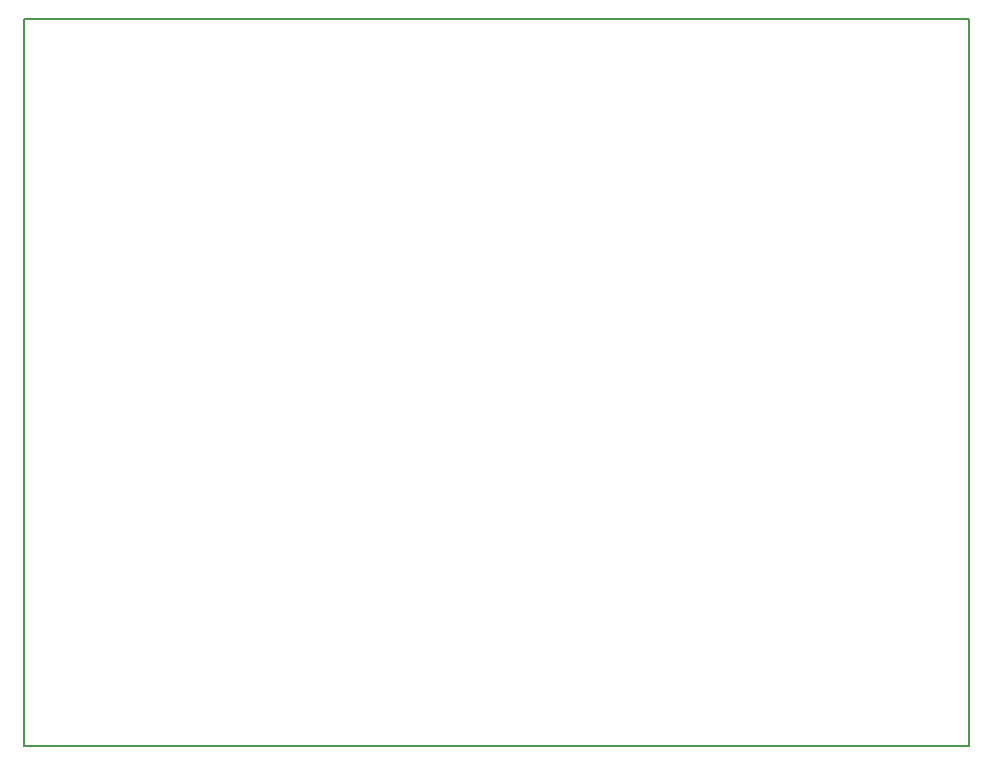
<source format=gbr>
%FSLAX35Y35*%
%MOIN*%
G04 EasyPC Gerber Version 18.0.8 Build 3632 *
%ADD11C,0.00500*%
X0Y0D02*
D02*
D11*
X250Y250D02*
X315250D01*
Y242750*
X250*
Y250*
X0Y0D02*
M02*

</source>
